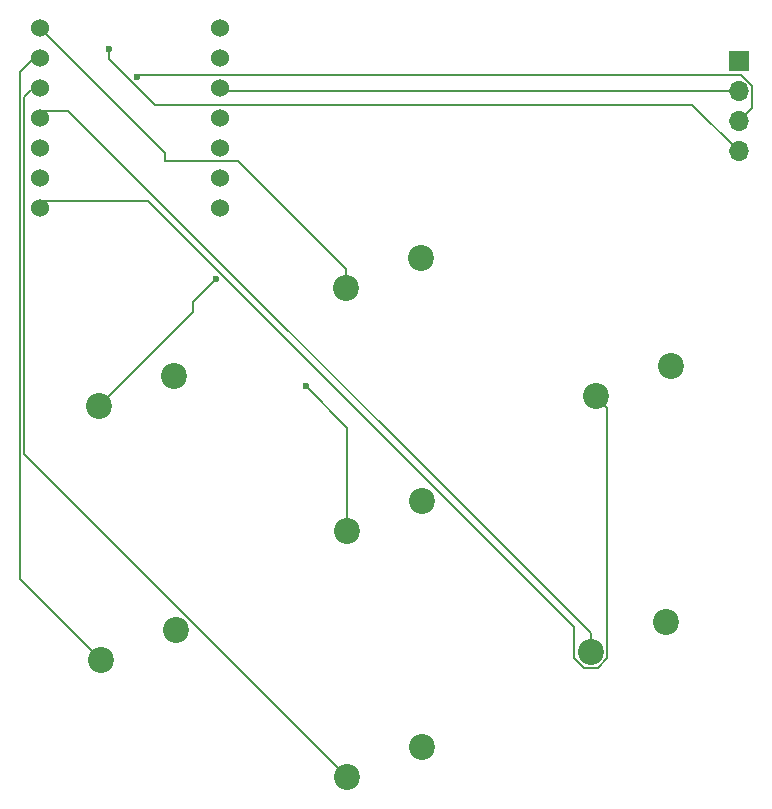
<source format=gbr>
%TF.GenerationSoftware,KiCad,Pcbnew,9.0.2*%
%TF.CreationDate,2025-07-27T13:16:14+05:30*%
%TF.ProjectId,honey-pad,686f6e65-792d-4706-9164-2e6b69636164,rev?*%
%TF.SameCoordinates,Original*%
%TF.FileFunction,Copper,L2,Bot*%
%TF.FilePolarity,Positive*%
%FSLAX46Y46*%
G04 Gerber Fmt 4.6, Leading zero omitted, Abs format (unit mm)*
G04 Created by KiCad (PCBNEW 9.0.2) date 2025-07-27 13:16:14*
%MOMM*%
%LPD*%
G01*
G04 APERTURE LIST*
%TA.AperFunction,ComponentPad*%
%ADD10R,1.700000X1.700000*%
%TD*%
%TA.AperFunction,ComponentPad*%
%ADD11O,1.700000X1.700000*%
%TD*%
%TA.AperFunction,ComponentPad*%
%ADD12C,1.524000*%
%TD*%
%TA.AperFunction,ComponentPad*%
%ADD13C,2.200000*%
%TD*%
%TA.AperFunction,ViaPad*%
%ADD14C,0.600000*%
%TD*%
%TA.AperFunction,Conductor*%
%ADD15C,0.200000*%
%TD*%
G04 APERTURE END LIST*
D10*
%TO.P,J1,1,Pin_1*%
%TO.N,GND*%
X129533750Y-74886250D03*
D11*
%TO.P,J1,2,Pin_2*%
%TO.N,VCC*%
X129533750Y-77426250D03*
%TO.P,J1,3,Pin_3*%
%TO.N,scl*%
X129533750Y-79966250D03*
%TO.P,J1,4,Pin_4*%
%TO.N,sda*%
X129533750Y-82506250D03*
%TD*%
D12*
%TO.P,U1,1,GPIO26/ADC0/A0*%
%TO.N,sw1*%
X70400000Y-72068500D03*
%TO.P,U1,2,GPIO27/ADC1/A1*%
%TO.N,sw2*%
X70400000Y-74608500D03*
%TO.P,U1,3,GPIO28/ADC2/A2*%
%TO.N,sw3*%
X70400000Y-77148500D03*
%TO.P,U1,4,GPIO29/ADC3/A3*%
%TO.N,sw4*%
X70400000Y-79688500D03*
%TO.P,U1,5,GPIO6/SDA*%
%TO.N,sda*%
X70400000Y-82228500D03*
%TO.P,U1,6,GPIO7/SCL*%
%TO.N,scl*%
X70400000Y-84768500D03*
%TO.P,U1,7,GPIO0/TX*%
%TO.N,sw5*%
X70400000Y-87308500D03*
%TO.P,U1,8,GPIO1/RX*%
%TO.N,sw6*%
X85640000Y-87308500D03*
%TO.P,U1,9,GPIO2/SCK*%
%TO.N,sw7*%
X85640000Y-84768500D03*
%TO.P,U1,10,GPIO4/MISO*%
%TO.N,unconnected-(U1-GPIO4{slash}MISO-Pad10)*%
X85640000Y-82228500D03*
%TO.P,U1,11,GPIO3/MOSI*%
%TO.N,unconnected-(U1-GPIO3{slash}MOSI-Pad11)*%
X85640000Y-79688500D03*
%TO.P,U1,12,3V3*%
%TO.N,VCC*%
X85640000Y-77148500D03*
%TO.P,U1,13,GND*%
%TO.N,GND*%
X85640000Y-74608500D03*
%TO.P,U1,14,VBUS*%
%TO.N,unconnected-(U1-VBUS-Pad14)*%
X85640000Y-72068500D03*
%TD*%
D13*
%TO.P,SW7,1,1*%
%TO.N,GND*%
X102760000Y-112120000D03*
%TO.P,SW7,2,2*%
%TO.N,sw7*%
X96410000Y-114660000D03*
%TD*%
%TO.P,SW1,1,1*%
%TO.N,GND*%
X102660000Y-91520000D03*
%TO.P,SW1,2,2*%
%TO.N,sw1*%
X96310000Y-94060000D03*
%TD*%
%TO.P,SW6,1,1*%
%TO.N,GND*%
X81760000Y-101520000D03*
%TO.P,SW6,2,2*%
%TO.N,sw6*%
X75410000Y-104060000D03*
%TD*%
%TO.P,SW4,1,1*%
%TO.N,GND*%
X123360000Y-122320000D03*
%TO.P,SW4,2,2*%
%TO.N,sw4*%
X117010000Y-124860000D03*
%TD*%
%TO.P,SW2,1,1*%
%TO.N,GND*%
X81860000Y-123020000D03*
%TO.P,SW2,2,2*%
%TO.N,sw2*%
X75510000Y-125560000D03*
%TD*%
%TO.P,SW3,1,1*%
%TO.N,GND*%
X102760000Y-132920000D03*
%TO.P,SW3,2,2*%
%TO.N,sw3*%
X96410000Y-135460000D03*
%TD*%
%TO.P,SW5,1,1*%
%TO.N,GND*%
X123820000Y-100720000D03*
%TO.P,SW5,2,2*%
%TO.N,sw5*%
X117470000Y-103260000D03*
%TD*%
D14*
%TO.N,sda*%
X76200000Y-73818750D03*
%TO.N,scl*%
X78581250Y-76200000D03*
%TO.N,sw6*%
X85300735Y-93293015D03*
%TO.N,sw7*%
X92868750Y-102393750D03*
%TD*%
D15*
%TO.N,sw1*%
X87149384Y-83343750D02*
X80962500Y-83343750D01*
X80962500Y-83343750D02*
X80962500Y-82631000D01*
X96310000Y-92504366D02*
X87149384Y-83343750D01*
X80962500Y-82631000D02*
X70400000Y-72068500D01*
X96310000Y-94060000D02*
X96310000Y-92504366D01*
%TO.N,sda*%
X80108557Y-78577250D02*
X76200000Y-74668693D01*
X125604750Y-78577250D02*
X80108557Y-78577250D01*
X76200000Y-74668693D02*
X76200000Y-73818750D01*
X129533750Y-82506250D02*
X125604750Y-78577250D01*
%TO.N,scl*%
X129772510Y-76037250D02*
X78744000Y-76037250D01*
X78744000Y-76037250D02*
X78581250Y-76200000D01*
X130684750Y-76949490D02*
X129772510Y-76037250D01*
X130684750Y-78815250D02*
X130684750Y-76949490D01*
X129533750Y-79966250D02*
X130684750Y-78815250D01*
%TO.N,sw2*%
X68655250Y-75807250D02*
X70485000Y-73977500D01*
X75510000Y-125560000D02*
X68655250Y-118705250D01*
X68655250Y-118705250D02*
X68655250Y-75807250D01*
%TO.N,sw3*%
X69056250Y-108106250D02*
X69056250Y-77946250D01*
X96410000Y-135460000D02*
X69056250Y-108106250D01*
X69056250Y-77946250D02*
X70485000Y-76517500D01*
%TO.N,sw4*%
X117010000Y-124860000D02*
X117010000Y-123304366D01*
X72763134Y-79057500D02*
X70485000Y-79057500D01*
X117010000Y-123304366D02*
X72763134Y-79057500D01*
%TO.N,sw5*%
X79533750Y-86677500D02*
X70485000Y-86677500D01*
X115609000Y-122752750D02*
X79533750Y-86677500D01*
X115609000Y-125440314D02*
X115609000Y-122752750D01*
X117590314Y-126261000D02*
X116429686Y-126261000D01*
X117470000Y-103260000D02*
X118411000Y-104201000D01*
X118411000Y-104201000D02*
X118411000Y-125440314D01*
X118411000Y-125440314D02*
X117590314Y-126261000D01*
X116429686Y-126261000D02*
X115609000Y-125440314D01*
%TO.N,sw6*%
X75410000Y-104060000D02*
X83343750Y-96126250D01*
X83343750Y-96126250D02*
X83343750Y-95250000D01*
X83343750Y-95250000D02*
X85300735Y-93293015D01*
%TO.N,sw7*%
X96410000Y-114660000D02*
X96410000Y-105935000D01*
X96410000Y-105935000D02*
X92868750Y-102393750D01*
%TO.N,VCC*%
X129533750Y-77426250D02*
X85917750Y-77426250D01*
X85917750Y-77426250D02*
X85640000Y-77148500D01*
%TD*%
M02*

</source>
